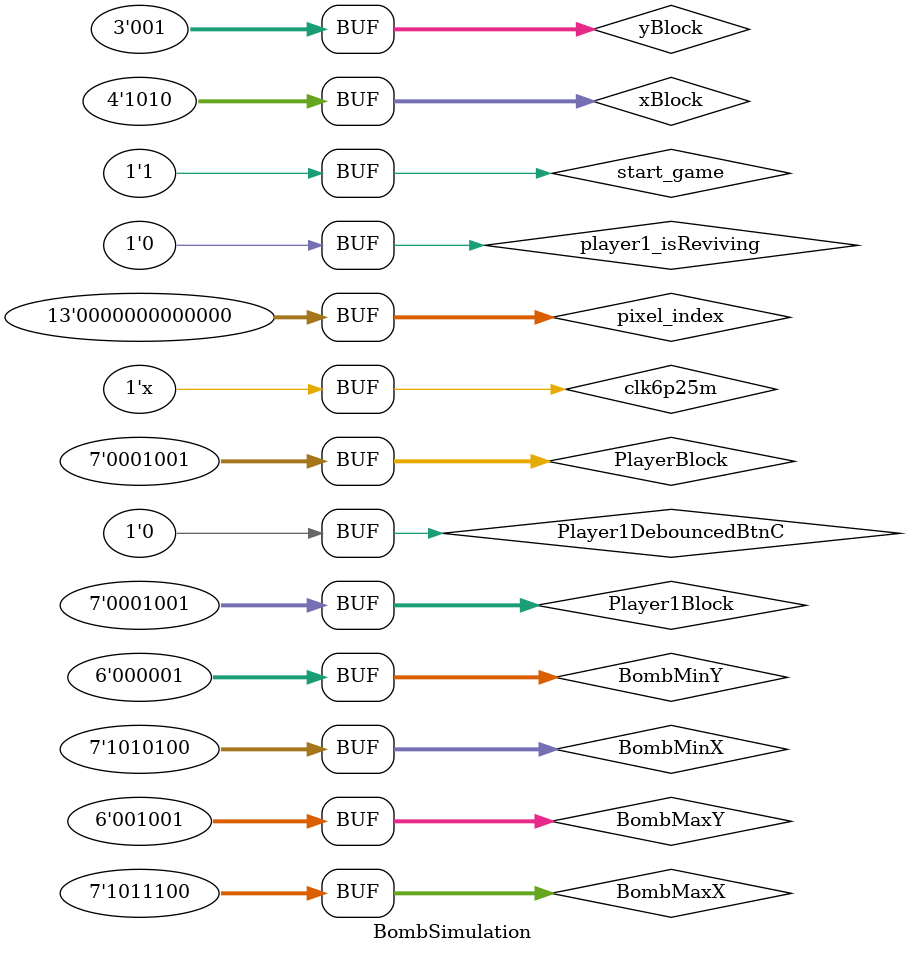
<source format=v>
`timescale 1ns / 1ps


module BombSimulation();

    reg clk6p25m;
    reg[12:0] pixel_index;
    reg[6:0] Player1Block;
    reg Player1DebouncedBtnC;
    reg player1_isReviving;
    reg start_game;
    reg bomb;
    wire ExplosionAnimations;
    wire player1_die , player2_die ,player3_die,player4_die;
    integer k ,x,y;
    reg[15:0] pixel_data;
    
    
        wire[3:0] xBlock;
        wire[2:0] yBlock;
        wire[6:0] BombMinX , BombMaxX;
        wire[5:0] BombMinY , BombMaxY;
        parameter dimension = 9;
        parameter[6:0] Maxbombcount = 4; 
        //seems like got bug with dropping more than n-2 bombs where
        //it will explode where the player is
        //increasing bomb count significantly increase bitstream gen time
        //decrease bomb count for testing purposes
        
        //look to remove this
        reg[25:0] Bombs [0:Maxbombcount-1];
        reg[6:0] BombsBlock [0:Maxbombcount-1];
        wire[6:0] ExplosionRadiusBlocks[0 : Maxbombcount-1][0:7];
        wire[Maxbombcount-1 :0] bombs;
        wire[Maxbombcount-1 :0] explode;
        wire[Maxbombcount-1 : 0] ActiveBombs;
        wire[Maxbombcount-1 : 0] player1_died;
        wire[Maxbombcount-1 : 0] player2_died;
        wire[Maxbombcount-1 : 0] player3_died;
        wire[Maxbombcount-1 : 0] player4_died;
        wire[Maxbombcount-1 : 0] immediate_explode;
        wire[(Maxbombcount * 2) - 1 : 0] WhichPlayerBomb;
        wire[7:0] FreeBomb;
        wire edge_registered;
        wire[Maxbombcount-1 : 0] ExplosionAnimation;
        reg[69:0] blocksAffectedByExplosion;
        
        initial begin
            clk6p25m = 0;
            pixel_index = 0;
            Player1Block = 1;
            player1_isReviving = 0;
            start_game = 1;
            Player1DebouncedBtnC = 0;
            pixel_data = 0;
            x =0 ;
            y = 0;
            Bombs[0] = 26'b0;
            BombsBlock[0] = 7'b0;
            Bombs[1] = 26'b0;
            BombsBlock[1] = 7'b0;
            Bombs[2] = 26'b0;
            BombsBlock[2] = 7'b0;
            Bombs[3] = 26'b0;
            BombsBlock[3] = 7'b0;
            #1000;
            Player1Block = 2; #1000; Player1DebouncedBtnC = 1; #50_000_000; Player1DebouncedBtnC = 0; #1000;
            Player1Block = 3; #1000; Player1DebouncedBtnC = 1; #50_000_000; Player1DebouncedBtnC = 0; #1000;
            Player1Block = 4; #1000; Player1DebouncedBtnC = 1; #50_000_000; Player1DebouncedBtnC = 0; #1000;
            //Player1Block = 5; #1000; Player1DebouncedBtnC = 1; #200_000_000; Player1DebouncedBtnC = 0; #1000;
            Player1Block = 9; #1000;
           
        end
        
        always begin
            #80;clk6p25m = ~clk6p25m; 
        end
        
          
           wire [15:0] bombPixelData [0:Maxbombcount - 1];
           
           assign player1_die = |player1_died;
           assign player2_die = |player2_died;
           assign player3_die = |player3_died;
           assign player4_die = |player4_died;
           
           FreeBomb #(Maxbombcount)FindFreeBomb(
               .clk6p25m(clk6p25m) , 
               .ActiveBombs(ActiveBombs) ,
               .FreeBomb(FreeBomb) , 
               .Player1DebouncedBtnC(Player1DebouncedBtnC) ,
               .Player2DebouncedBtnC(0) ,
               .Player3DebouncedBtnC(0) ,
               .Player4DebouncedBtnC(0) ,
               .edge_registered(edge_registered),
               .player1_isReviving(player1_isReviving),
               .player2_isReviving(0),
               .player3_isReviving(0),
               .player4_isReviving(0),
               .start_game(start_game)
           );
           
           genvar j;
           
           generate
               for(j = 0 ; j < Maxbombcount ; j = j+1)
               begin : mod_inst
                     renderBomb renderBomb1(.centreX((Bombs[j][25:19] + Bombs[j][18:12])/2),                              
                          .centreY((Bombs[j][11:6] + Bombs[j][5:0])/2), 
                          .pixel_index(pixel_index), .clock(clk6p25m),                              
                          .FreeBomb(FreeBomb),
                          .MyNumber(j),                              
                          .edge_registered(edge_registered),
                          .isBomb(bombs[j]),                              
                          .pixel_data(bombPixelData[j])
                   );
               end
           endgenerate
           
           generate
               for(j = 0 ; j < Maxbombcount ; j = j+1)
               begin : mod_inst1
                   BombCounter Bombcounter(
                       .immediate_explode(immediate_explode[j]),
                       .clk6p25m(clk6p25m), 
                       .active(ActiveBombs[j]) , .FreeBomb(FreeBomb) , 
                       .MyNumber(j) ,
                       .edge_registered(edge_registered)
                   );
               end
           endgenerate
           
           generate
               for(j = 0 ; j < Maxbombcount ; j = j+1)
               begin : mod_inst2
                   ExplodeBomb ExplodeAnimation(
                       .clk6p25m(clk6p25m), 
                       .pixel_index(pixel_index),
                       .BombBlock(BombsBlock[j]),    
                       .active(ActiveBombs[j]),   
                       .Player1Block(Player1Block), .Player2Block(55),.Player3Block(55),.Player4Block(55), 
                       .ExplosionAnimation(ExplosionAnimation[j]),
                       .player1_died(player1_died[j]),.player2_died(player2_died[j]),.player3_died(player3_died[j]),.player4_died(player4_died[j]),
                       .Up1(ExplosionRadiusBlocks[j][0]) , .Up2(ExplosionRadiusBlocks[j][1]),
                       .Left1(ExplosionRadiusBlocks[j][2]) , .Left2(ExplosionRadiusBlocks[j][3]),
                       .Right1(ExplosionRadiusBlocks[j][4]) , .Right2(ExplosionRadiusBlocks[j][5]),
                       .Down1(ExplosionRadiusBlocks[j][6]) , .Down2(ExplosionRadiusBlocks[j][7]),
                       .explode(explode[j])
                   );
               end
           endgenerate
           //can look to remove this below
           generate
               for(j = 0 ; j < Maxbombcount ; j = j+1)
               begin : mod_inst3
                   TriggerExplosion #(Maxbombcount) TriggerForBlockJ(
                       .BombBlock(BombsBlock[j]) ,
                       .active(ActiveBombs[j]),
                       .blocksAffectedByExplosion(blocksAffectedByExplosion),
                       .immediate_explode(immediate_explode[j])
                   );
               end
           endgenerate
           
           wire[6:0] PlayerBlock = Player1Block;
           //////////////////////////////////////////////////////////////////////////////////////////////////////
           //assign PlayerBlock = SW[5] ? Player1Block : SW[6] ? Player2Block : SW[7] ? Player3Block : Player4Block;
           
           //assign to different players according to signals
           ////////////////////////////////////////////////////////////////////////////////////////////////////////
           assign ExplosionAnimations = |ExplosionAnimation;
           assign xBlock = (PlayerBlock % 10) + 1;
           assign yBlock = (PlayerBlock / 10) + 1;
           assign BombMinX = 3 + (xBlock - 1) * dimension;
           assign BombMaxX = 3 + (xBlock * dimension) - 1;
           assign BombMinY = 1 + (yBlock - 1) * dimension;
           assign BombMaxY = 1 + (yBlock * dimension) - 1;
           
           always @ (posedge clk6p25m)
           begin
               if(FreeBomb != 99)
               begin
                   BombsBlock[FreeBomb] <= PlayerBlock;
                   Bombs[FreeBomb][25:19] <= BombMinX;
                   Bombs[FreeBomb][18:12] <= BombMaxX;
                   Bombs[FreeBomb][11:6] <= BombMinY;
                   Bombs[FreeBomb][5:0] <= BombMaxY;
               end
               
               bomb <= 1'b0; 
               for(k = 0 ; k < Maxbombcount ; k = k+1)
               begin
                   if(bombs[k] == 1'b1 && ActiveBombs[k] == 1'b1)
                   begin
                       bomb <= 1'b1;
                       pixel_data <= bombPixelData[k];
                   end
               end
           end
         
           always @ (posedge clk6p25m)
           begin
               blocksAffectedByExplosion <= 70'b0;
               for(x = 0 ; x < Maxbombcount ; x = x+1)
               begin
                   if(explode[x] == 1'b1)
                   begin
                       for(y = 0 ; y < 8 ; y = y + 1)
                       begin
                           if((ExplosionRadiusBlocks[x][y]) < 70)
                           begin
                              blocksAffectedByExplosion[ExplosionRadiusBlocks[x][y]] <= 1'b1;
                           end
                       end
                   end
               end
           end
endmodule

</source>
